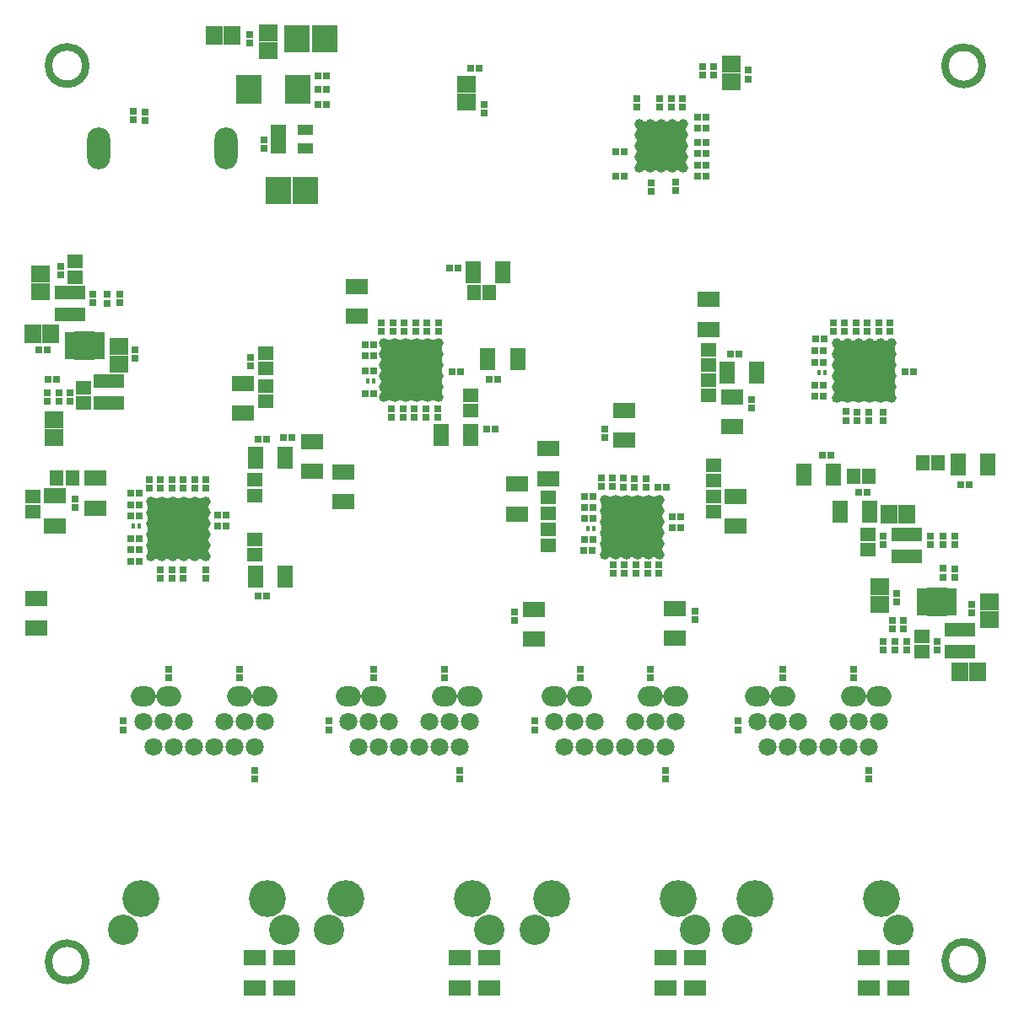
<source format=gbs>
G04*
G04 #@! TF.GenerationSoftware,Altium Limited,Altium Designer,21.1.1 (26)*
G04*
G04 Layer_Color=16711935*
%FSLAX25Y25*%
%MOIN*%
G70*
G04*
G04 #@! TF.SameCoordinates,1DE770B5-5229-4C7E-BA00-58D6BC8AB395*
G04*
G04*
G04 #@! TF.FilePolarity,Negative*
G04*
G01*
G75*
%ADD41C,0.03000*%
%ADD57R,0.05858X0.05661*%
%ADD58R,0.02959X0.02762*%
%ADD60R,0.01817X0.01975*%
%ADD61R,0.06567X0.07787*%
%ADD62R,0.02762X0.02959*%
%ADD64R,0.05661X0.05858*%
%ADD65O,0.09087X0.16567*%
%ADD66O,0.09874X0.07906*%
%ADD67C,0.07118*%
%ADD68C,0.12000*%
%ADD69C,0.14598*%
%ADD70C,0.03969*%
%ADD207R,0.19600X0.19600*%
%ADD208R,0.24200X0.24100*%
%ADD209R,0.09087X0.06449*%
%ADD210R,0.05937X0.04362*%
%ADD211R,0.05150X0.02984*%
%ADD212R,0.08417X0.11764*%
%ADD213R,0.11843X0.05543*%
%ADD214R,0.09874X0.11449*%
%ADD215R,0.10268X0.10858*%
%ADD216R,0.07787X0.06567*%
%ADD217R,0.06449X0.09087*%
D41*
X27091Y19682D02*
G03*
X27091Y19682I-7400J0D01*
G01*
X381491Y20182D02*
G03*
X381491Y20182I-7400J0D01*
G01*
X381384Y373978D02*
G03*
X381384Y373978I-7400J0D01*
G01*
X27091Y374082D02*
G03*
X27091Y374082I-7400J0D01*
G01*
D57*
X98300Y254269D02*
D03*
Y260332D02*
D03*
Y247431D02*
D03*
Y241369D02*
D03*
X6100Y197768D02*
D03*
Y203832D02*
D03*
X357500Y148331D02*
D03*
Y142269D02*
D03*
X22700Y296532D02*
D03*
Y290469D02*
D03*
X26300Y246731D02*
D03*
Y240669D02*
D03*
X336100Y188800D02*
D03*
Y182737D02*
D03*
X275094Y215960D02*
D03*
Y209896D02*
D03*
X94000Y210231D02*
D03*
Y204169D02*
D03*
X273160Y255698D02*
D03*
Y261761D02*
D03*
X209700Y203232D02*
D03*
Y197169D02*
D03*
X275100Y197768D02*
D03*
Y203832D02*
D03*
X179301Y237602D02*
D03*
Y243665D02*
D03*
X93900Y180769D02*
D03*
Y186831D02*
D03*
X273200Y249632D02*
D03*
Y243568D02*
D03*
X209700Y184468D02*
D03*
Y190532D02*
D03*
D58*
X92100Y258673D02*
D03*
Y255327D02*
D03*
X232300Y226954D02*
D03*
Y230300D02*
D03*
X184600Y355200D02*
D03*
Y358546D02*
D03*
X260100Y328000D02*
D03*
Y324654D02*
D03*
X250600Y327827D02*
D03*
Y324480D02*
D03*
X254000Y357627D02*
D03*
Y360973D02*
D03*
X244900Y357627D02*
D03*
Y360973D02*
D03*
X275200Y370427D02*
D03*
Y373773D02*
D03*
X288900Y372173D02*
D03*
Y368827D02*
D03*
X270700Y370454D02*
D03*
Y373800D02*
D03*
X258500Y357627D02*
D03*
Y360973D02*
D03*
X263000Y357653D02*
D03*
Y361000D02*
D03*
X322431Y272239D02*
D03*
Y268892D02*
D03*
X230680Y210855D02*
D03*
Y207508D02*
D03*
X143931Y272239D02*
D03*
Y268892D02*
D03*
X52066Y210473D02*
D03*
Y207127D02*
D03*
X336401Y95439D02*
D03*
Y92092D02*
D03*
X256201Y95439D02*
D03*
Y92092D02*
D03*
X174801Y95439D02*
D03*
Y92093D02*
D03*
X93701Y95439D02*
D03*
Y92093D02*
D03*
X267835Y158347D02*
D03*
Y155001D02*
D03*
X22900Y202646D02*
D03*
Y199300D02*
D03*
X290300Y238527D02*
D03*
Y241873D02*
D03*
X196620Y157885D02*
D03*
Y154539D02*
D03*
X284701Y114839D02*
D03*
Y111492D02*
D03*
X204501Y114839D02*
D03*
Y111492D02*
D03*
X123101Y114839D02*
D03*
Y111493D02*
D03*
X42001Y114839D02*
D03*
Y111493D02*
D03*
X345001Y272208D02*
D03*
Y268861D02*
D03*
X166501Y272208D02*
D03*
Y268861D02*
D03*
X74635Y210442D02*
D03*
Y207096D02*
D03*
X342121Y233815D02*
D03*
Y237161D02*
D03*
X253622Y176759D02*
D03*
Y173413D02*
D03*
X166066Y234842D02*
D03*
Y238189D02*
D03*
X74670Y171217D02*
D03*
Y174564D02*
D03*
X249122Y176759D02*
D03*
Y173413D02*
D03*
X161566Y234842D02*
D03*
Y238189D02*
D03*
X331466Y272247D02*
D03*
Y268900D02*
D03*
X239400Y210846D02*
D03*
Y207500D02*
D03*
X152966Y272247D02*
D03*
Y268900D02*
D03*
X61101Y210481D02*
D03*
Y207135D02*
D03*
X326966Y272247D02*
D03*
Y268900D02*
D03*
X235050Y210855D02*
D03*
Y207508D02*
D03*
X148466Y272247D02*
D03*
Y268900D02*
D03*
X56601Y210481D02*
D03*
Y207135D02*
D03*
X336435Y237085D02*
D03*
Y233739D02*
D03*
X235474Y176736D02*
D03*
Y173390D02*
D03*
X156976Y238226D02*
D03*
Y234879D02*
D03*
X65549Y171327D02*
D03*
Y174674D02*
D03*
X327400Y233827D02*
D03*
Y237173D02*
D03*
X244600Y173400D02*
D03*
Y176746D02*
D03*
X147768Y234879D02*
D03*
Y238226D02*
D03*
X56443Y174664D02*
D03*
Y171318D02*
D03*
X331900Y237146D02*
D03*
Y233800D02*
D03*
X240007Y173397D02*
D03*
Y176744D02*
D03*
X152663Y234925D02*
D03*
Y238272D02*
D03*
X61016Y174659D02*
D03*
Y171313D02*
D03*
X336001Y272208D02*
D03*
Y268861D02*
D03*
X243935Y210808D02*
D03*
Y207461D02*
D03*
X157501Y272208D02*
D03*
Y268861D02*
D03*
X65635Y210442D02*
D03*
Y207096D02*
D03*
X340501Y272208D02*
D03*
Y268861D02*
D03*
X248435Y210808D02*
D03*
Y207461D02*
D03*
X162001Y272208D02*
D03*
Y268861D02*
D03*
X70135Y210442D02*
D03*
Y207096D02*
D03*
X46500Y261546D02*
D03*
Y258200D02*
D03*
X35400Y280157D02*
D03*
Y283504D02*
D03*
X17300Y294773D02*
D03*
Y291427D02*
D03*
X16400Y241327D02*
D03*
Y244673D02*
D03*
X11900Y241327D02*
D03*
Y244673D02*
D03*
X97400Y341227D02*
D03*
Y344573D02*
D03*
X92000Y386273D02*
D03*
Y382927D02*
D03*
X347600Y162127D02*
D03*
Y165473D02*
D03*
X360800Y188073D02*
D03*
Y184727D02*
D03*
X342200Y188073D02*
D03*
Y184727D02*
D03*
X377200Y161073D02*
D03*
Y157727D02*
D03*
X351371Y143064D02*
D03*
Y146410D02*
D03*
X363400Y142927D02*
D03*
Y146273D02*
D03*
X365900Y175173D02*
D03*
Y171827D02*
D03*
X350300Y151453D02*
D03*
Y154800D02*
D03*
X330401Y131992D02*
D03*
Y135339D02*
D03*
X250201Y131992D02*
D03*
Y135339D02*
D03*
X168801Y131993D02*
D03*
Y135339D02*
D03*
X87701Y131993D02*
D03*
Y135339D02*
D03*
X302601Y131992D02*
D03*
Y135339D02*
D03*
X222401Y131992D02*
D03*
Y135339D02*
D03*
X141001Y131993D02*
D03*
Y135339D02*
D03*
X59901Y131993D02*
D03*
Y135339D02*
D03*
X29900Y283673D02*
D03*
Y280327D02*
D03*
X40600Y283673D02*
D03*
Y280327D02*
D03*
X20900Y241327D02*
D03*
Y244673D02*
D03*
X365700Y188073D02*
D03*
Y184727D02*
D03*
X370600Y184653D02*
D03*
Y188000D02*
D03*
X346800Y143027D02*
D03*
Y146373D02*
D03*
X342300Y146373D02*
D03*
Y143027D02*
D03*
X370463Y171798D02*
D03*
Y175144D02*
D03*
X345700Y151427D02*
D03*
Y154773D02*
D03*
X45800Y352527D02*
D03*
Y355873D02*
D03*
X50369Y352457D02*
D03*
Y355804D02*
D03*
D60*
X319036Y252809D02*
D03*
X316792D02*
D03*
X227779Y190931D02*
D03*
X225534D02*
D03*
X140897Y249342D02*
D03*
X138653D02*
D03*
X45843Y191939D02*
D03*
X48088D02*
D03*
D61*
X6096Y267900D02*
D03*
X13104D02*
D03*
X351404Y196600D02*
D03*
X344396D02*
D03*
X372396Y134400D02*
D03*
X379404D02*
D03*
X84904Y386000D02*
D03*
X77896D02*
D03*
D62*
X182473Y373000D02*
D03*
X179127D02*
D03*
X239873Y340000D02*
D03*
X236527D02*
D03*
X239873Y330500D02*
D03*
X236527D02*
D03*
X268883Y330312D02*
D03*
X272229D02*
D03*
X268909Y339312D02*
D03*
X272256D02*
D03*
X268883Y334812D02*
D03*
X272229D02*
D03*
X268909Y343812D02*
D03*
X272256D02*
D03*
X268909Y353812D02*
D03*
X272256D02*
D03*
X268909Y349212D02*
D03*
X272256D02*
D03*
X372954Y208500D02*
D03*
X376300D02*
D03*
X170700Y293900D02*
D03*
X174047D02*
D03*
X95053Y226300D02*
D03*
X98400D02*
D03*
X335846Y205400D02*
D03*
X332500D02*
D03*
X262102Y195768D02*
D03*
X258755D02*
D03*
X186520Y250100D02*
D03*
X189866D02*
D03*
X82592Y196420D02*
D03*
X79245D02*
D03*
X318027Y220000D02*
D03*
X321373D02*
D03*
X185527Y230200D02*
D03*
X188873D02*
D03*
X98546Y164500D02*
D03*
X95200D02*
D03*
X285073Y260100D02*
D03*
X281727D02*
D03*
X224027Y186700D02*
D03*
X227373D02*
D03*
X108573Y227000D02*
D03*
X105227D02*
D03*
X48118Y182529D02*
D03*
X44772D02*
D03*
X256600Y207400D02*
D03*
X253254D02*
D03*
X350753Y252900D02*
D03*
X354100D02*
D03*
X258728Y191198D02*
D03*
X262074D02*
D03*
X175250Y253126D02*
D03*
X171903D02*
D03*
X79228Y191939D02*
D03*
X82574D02*
D03*
X315227Y247800D02*
D03*
X318573D02*
D03*
X44727Y187100D02*
D03*
X48073D02*
D03*
X318613Y261395D02*
D03*
X315266D02*
D03*
X227373Y199300D02*
D03*
X224027D02*
D03*
X137431Y259250D02*
D03*
X140778D02*
D03*
X44684Y205034D02*
D03*
X48031D02*
D03*
X318638Y256809D02*
D03*
X315292D02*
D03*
X227381Y194931D02*
D03*
X224034D02*
D03*
X140840Y253330D02*
D03*
X137494D02*
D03*
X44827Y195943D02*
D03*
X48173D02*
D03*
X315201Y243281D02*
D03*
X318547D02*
D03*
X223981Y182186D02*
D03*
X227327D02*
D03*
X137527Y244200D02*
D03*
X140873D02*
D03*
X44806Y178090D02*
D03*
X48152D02*
D03*
X318699Y265895D02*
D03*
X315353D02*
D03*
X227389Y203602D02*
D03*
X224043D02*
D03*
X137400Y263780D02*
D03*
X140746D02*
D03*
X44747Y200494D02*
D03*
X48093D02*
D03*
X11873Y261600D02*
D03*
X8527D02*
D03*
X118829Y358587D02*
D03*
X122176D02*
D03*
X15547Y250000D02*
D03*
X12200D02*
D03*
X118829Y364587D02*
D03*
X122176D02*
D03*
X122176Y370087D02*
D03*
X118829D02*
D03*
D64*
X363900Y216900D02*
D03*
X357837D02*
D03*
X186432Y284500D02*
D03*
X180368D02*
D03*
X21732Y210900D02*
D03*
X15668D02*
D03*
X330600Y211600D02*
D03*
X336663D02*
D03*
D65*
X32272Y341299D02*
D03*
X82666D02*
D03*
D66*
X49725Y124766D02*
D03*
X59724D02*
D03*
X97677D02*
D03*
X87677D02*
D03*
X292425Y124765D02*
D03*
X302425D02*
D03*
X340377D02*
D03*
X330377D02*
D03*
X212225D02*
D03*
X222224D02*
D03*
X260177D02*
D03*
X250177D02*
D03*
X130824Y124766D02*
D03*
X140824D02*
D03*
X178777D02*
D03*
X168777D02*
D03*
D67*
X49705Y114766D02*
D03*
X57697D02*
D03*
X65689D02*
D03*
X97697D02*
D03*
X89705D02*
D03*
X81713D02*
D03*
X53720Y104766D02*
D03*
X61713D02*
D03*
X69705D02*
D03*
X93681D02*
D03*
X85689D02*
D03*
X77697D02*
D03*
X292405Y114765D02*
D03*
X300397D02*
D03*
X308389D02*
D03*
X340397D02*
D03*
X332405D02*
D03*
X324413D02*
D03*
X296421Y104765D02*
D03*
X304413D02*
D03*
X312405D02*
D03*
X336381D02*
D03*
X328389D02*
D03*
X320397D02*
D03*
X212205Y114765D02*
D03*
X220197D02*
D03*
X228189D02*
D03*
X260197D02*
D03*
X252205D02*
D03*
X244213D02*
D03*
X216220Y104765D02*
D03*
X224213D02*
D03*
X232205D02*
D03*
X256181D02*
D03*
X248189D02*
D03*
X240197D02*
D03*
X130805Y114766D02*
D03*
X138797D02*
D03*
X146789D02*
D03*
X178797D02*
D03*
X170805D02*
D03*
X162813D02*
D03*
X134820Y104766D02*
D03*
X142813D02*
D03*
X150805D02*
D03*
X174781D02*
D03*
X166789D02*
D03*
X158797D02*
D03*
D68*
X41949Y32247D02*
D03*
X105453D02*
D03*
X284649Y32246D02*
D03*
X348153D02*
D03*
X204449D02*
D03*
X267953D02*
D03*
X123049Y32247D02*
D03*
X186553D02*
D03*
D69*
X48701Y44766D02*
D03*
X98701D02*
D03*
X291401Y44765D02*
D03*
X341401D02*
D03*
X211201D02*
D03*
X261201D02*
D03*
X129801Y44766D02*
D03*
X179801D02*
D03*
D70*
X365369Y163969D02*
D03*
X361432D02*
D03*
X365369Y160031D02*
D03*
X361432D02*
D03*
X245839Y351061D02*
D03*
X250169D02*
D03*
X254500D02*
D03*
X258831D02*
D03*
X263161D02*
D03*
X245839Y346731D02*
D03*
X250169D02*
D03*
X254500D02*
D03*
X258831D02*
D03*
X263161D02*
D03*
X245839Y342400D02*
D03*
X250169D02*
D03*
X254500D02*
D03*
X258831D02*
D03*
X263161D02*
D03*
X245839Y338069D02*
D03*
X250169D02*
D03*
X254500D02*
D03*
X258831D02*
D03*
X263161D02*
D03*
X245839Y333739D02*
D03*
X250169D02*
D03*
X254500D02*
D03*
X258831D02*
D03*
X263161D02*
D03*
X253728Y180639D02*
D03*
X249397D02*
D03*
X245066D02*
D03*
X240735D02*
D03*
X236405D02*
D03*
X232074D02*
D03*
X253728Y184969D02*
D03*
X249397D02*
D03*
X245066D02*
D03*
X240735D02*
D03*
X236405D02*
D03*
X232074D02*
D03*
X253728Y189300D02*
D03*
X249397D02*
D03*
X245066D02*
D03*
X240735D02*
D03*
X236405D02*
D03*
X232074D02*
D03*
X253728Y193631D02*
D03*
X249397D02*
D03*
X245066D02*
D03*
X240735D02*
D03*
X236405D02*
D03*
X232074D02*
D03*
X253728Y197961D02*
D03*
X249397D02*
D03*
X245066D02*
D03*
X240735D02*
D03*
X236405D02*
D03*
X232074D02*
D03*
X253728Y202292D02*
D03*
X249397D02*
D03*
X245066D02*
D03*
X240735D02*
D03*
X236405D02*
D03*
X232074D02*
D03*
X24632Y261332D02*
D03*
X28569D02*
D03*
X24632Y265268D02*
D03*
X28569D02*
D03*
X74462Y180104D02*
D03*
X70131D02*
D03*
X65801D02*
D03*
X61470D02*
D03*
X57139D02*
D03*
X52809D02*
D03*
X74462Y184435D02*
D03*
X70131D02*
D03*
X65801D02*
D03*
X61470D02*
D03*
X57139D02*
D03*
X52809D02*
D03*
X74462Y188765D02*
D03*
X70131D02*
D03*
X65801D02*
D03*
X61470D02*
D03*
X57139D02*
D03*
X52809D02*
D03*
X74462Y193096D02*
D03*
X70131D02*
D03*
X65801D02*
D03*
X61470D02*
D03*
X57139D02*
D03*
X52809D02*
D03*
X74462Y197427D02*
D03*
X70131D02*
D03*
X65801D02*
D03*
X61470D02*
D03*
X57139D02*
D03*
X52809D02*
D03*
X74462Y201758D02*
D03*
X70131D02*
D03*
X65801D02*
D03*
X61470D02*
D03*
X57139D02*
D03*
X52809D02*
D03*
X345528Y242539D02*
D03*
X341197D02*
D03*
X336866D02*
D03*
X332535D02*
D03*
X328205D02*
D03*
X323874D02*
D03*
X345528Y246869D02*
D03*
X341197D02*
D03*
X336866D02*
D03*
X332535D02*
D03*
X328205D02*
D03*
X323874D02*
D03*
X345528Y251200D02*
D03*
X341197D02*
D03*
X336866D02*
D03*
X332535D02*
D03*
X328205D02*
D03*
X323874D02*
D03*
X345528Y255531D02*
D03*
X341197D02*
D03*
X336866D02*
D03*
X332535D02*
D03*
X328205D02*
D03*
X323874D02*
D03*
X345528Y259861D02*
D03*
X341197D02*
D03*
X336866D02*
D03*
X332535D02*
D03*
X328205D02*
D03*
X323874D02*
D03*
X345528Y264192D02*
D03*
X341197D02*
D03*
X336866D02*
D03*
X332535D02*
D03*
X328205D02*
D03*
X323874D02*
D03*
X144974Y264492D02*
D03*
X149305D02*
D03*
X153635D02*
D03*
X157966D02*
D03*
X162297D02*
D03*
X166628D02*
D03*
X144974Y260161D02*
D03*
X149305D02*
D03*
X153635D02*
D03*
X157966D02*
D03*
X162297D02*
D03*
X166628D02*
D03*
X144974Y255831D02*
D03*
X149305D02*
D03*
X153635D02*
D03*
X157966D02*
D03*
X162297D02*
D03*
X166628D02*
D03*
X144974Y251500D02*
D03*
X149305D02*
D03*
X153635D02*
D03*
X157966D02*
D03*
X162297D02*
D03*
X166628D02*
D03*
X144974Y247169D02*
D03*
X149305D02*
D03*
X153635D02*
D03*
X157966D02*
D03*
X162297D02*
D03*
X166628D02*
D03*
X144974Y242839D02*
D03*
X149305D02*
D03*
X153635D02*
D03*
X157966D02*
D03*
X162297D02*
D03*
X166628D02*
D03*
D207*
X254500Y342400D02*
D03*
D208*
X63600Y190950D02*
D03*
X155800Y253750D02*
D03*
X242900Y191550D02*
D03*
X334800Y253450D02*
D03*
D209*
X89300Y236534D02*
D03*
Y248266D02*
D03*
X93701Y21231D02*
D03*
Y9499D02*
D03*
X259835Y159367D02*
D03*
Y147635D02*
D03*
X348201Y21231D02*
D03*
Y9499D02*
D03*
X268001Y21231D02*
D03*
Y9499D02*
D03*
X186601Y21232D02*
D03*
Y9500D02*
D03*
X105501Y21232D02*
D03*
Y9500D02*
D03*
X239800Y225968D02*
D03*
Y237700D02*
D03*
X273100Y281566D02*
D03*
Y269834D02*
D03*
X209800Y210834D02*
D03*
Y222566D02*
D03*
X30900Y210900D02*
D03*
Y199168D02*
D03*
X283800Y203666D02*
D03*
Y191934D02*
D03*
X128700Y213300D02*
D03*
Y201568D02*
D03*
X197400Y196834D02*
D03*
Y208566D02*
D03*
X282400Y231234D02*
D03*
Y242966D02*
D03*
X204300Y158966D02*
D03*
Y147234D02*
D03*
X116634Y225500D02*
D03*
Y213768D02*
D03*
X7500Y163466D02*
D03*
Y151734D02*
D03*
X336501Y21231D02*
D03*
Y9499D02*
D03*
X256201Y21231D02*
D03*
Y9499D02*
D03*
X174701Y21231D02*
D03*
Y9499D02*
D03*
X14900Y203866D02*
D03*
Y192134D02*
D03*
X134166Y275034D02*
D03*
Y286766D02*
D03*
D210*
X113718Y341247D02*
D03*
Y348727D02*
D03*
X103088D02*
D03*
Y344987D02*
D03*
Y341247D02*
D03*
D211*
X368971Y165937D02*
D03*
Y163969D02*
D03*
Y162000D02*
D03*
Y160031D02*
D03*
Y158063D02*
D03*
X357829Y165937D02*
D03*
Y163969D02*
D03*
Y162000D02*
D03*
Y160031D02*
D03*
Y158063D02*
D03*
X21029Y259363D02*
D03*
Y261332D02*
D03*
Y263300D02*
D03*
Y265268D02*
D03*
Y267237D02*
D03*
X32171Y259363D02*
D03*
Y261332D02*
D03*
Y263300D02*
D03*
Y265268D02*
D03*
Y267237D02*
D03*
D212*
X363400Y162000D02*
D03*
X26600Y263300D02*
D03*
D213*
X372400Y142270D02*
D03*
Y150931D02*
D03*
X20700Y284331D02*
D03*
Y275670D02*
D03*
X36200Y240669D02*
D03*
Y249330D02*
D03*
X351400Y188731D02*
D03*
Y180069D02*
D03*
D214*
X91457Y364587D02*
D03*
X110748D02*
D03*
D215*
X121429Y384587D02*
D03*
X110603D02*
D03*
X103087Y324700D02*
D03*
X113913D02*
D03*
D216*
X14600Y234104D02*
D03*
Y227096D02*
D03*
X282100Y374700D02*
D03*
Y367692D02*
D03*
X384300Y162104D02*
D03*
Y155096D02*
D03*
X40200Y255896D02*
D03*
Y262904D02*
D03*
X99113Y387110D02*
D03*
Y380103D02*
D03*
X340800Y160996D02*
D03*
Y168004D02*
D03*
X177400Y366704D02*
D03*
Y359696D02*
D03*
X9300Y284696D02*
D03*
Y291704D02*
D03*
D217*
X371934Y216400D02*
D03*
X383666D02*
D03*
X180134Y292500D02*
D03*
X191866D02*
D03*
X94034Y219100D02*
D03*
X105766D02*
D03*
X310734Y212200D02*
D03*
X322466D02*
D03*
X179167Y228165D02*
D03*
X167435D02*
D03*
X105766Y172100D02*
D03*
X94034D02*
D03*
X186000Y258000D02*
D03*
X197732D02*
D03*
X336832Y197600D02*
D03*
X325100D02*
D03*
X292266Y252700D02*
D03*
X280534D02*
D03*
M02*

</source>
